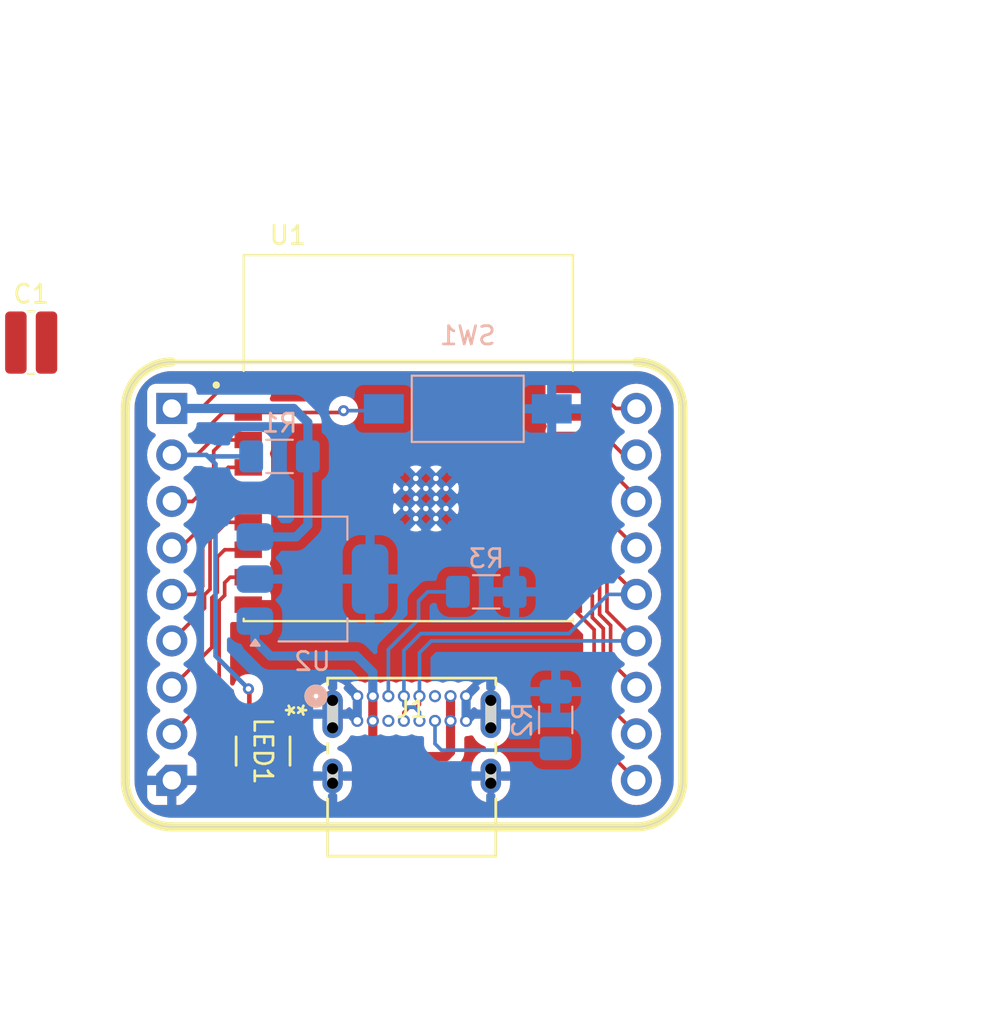
<source format=kicad_pcb>
(kicad_pcb (version 20240108) (generator "pcbnew") (generator_version "8.0")
  (layers (0 "F.Cu" signal) (31 "B.Cu" signal) (34 "B.Paste" user) (35 "F.Paste" user) (36 "B.SilkS" user "B.Silkscreen") (37 "F.SilkS" user "F.Silkscreen") (38 "B.Mask" user) (39 "F.Mask" user) (44 "Edge.Cuts" user))
  (net 0 "")
  (net 1 "GPIO3")
  (net 2 "GND")
  (net 3 "GPIO2")
  (net 4 "GPIO1")
  (net 5 "GPIO0")
  (net 6 "GPIO4")
  (net 7 "VBUS")
  (net 8 "Net-(J1-CC2)")
  (net 10 "Net-(J1-CC1)")
  (net 12 "GPIO7")
  (net 13 "USB_D+")
  (net 14 "UART-RX")
  (net 15 "USB_D-")
  (net 16 "GPIO5")
  (net 17 "GPIO8")
  (net 18 "UART-TX")
  (net 19 "GPIO10")
  (net 20 "EN")
  (net 21 "GPIO9")
  (net 22 "3V3")
  (net 23 "GPIO6")
  (footprint "Alexander Footprint Library:ESP32-C3-WROOM-02-H4" (layer "F.Cu") (at 156.94 61.1)
    (property "Reference" "U1" (at -6.575 -11.085 0) (layer "F.SilkS"))
    (property "Value" "ESP32-C3-WROOM-02-N4")
    (fp_line (start -9 -10) (end -9 -3.67) (stroke (width 0.127)) (layer "F.SilkS"))
    (fp_line (start -9 10) (end -9 9.87) (stroke (width 0.127)) (layer "F.SilkS"))
    (fp_line (start -9 10) (end 9 10) (stroke (width 0.127)) (layer "F.SilkS"))
    (fp_line (start 9 -10) (end -9 -10) (stroke (width 0.127)) (layer "F.SilkS"))
    (fp_line (start 9 -3.67) (end 9 -10) (stroke (width 0.127)) (layer "F.SilkS"))
    (fp_line (start 9 10) (end 9 9.87) (stroke (width 0.127)) (layer "F.SilkS"))
    (fp_circle (center -10.5 -2.9) (end -10.4 -2.9) (stroke (width 0.2)) (fill none) (layer "F.SilkS"))
    (pad "1" smd rect (at -8.75 -2.9) (size 1.5 0.9) (layers "F.Cu" "F.Paste" "F.Mask") (net 22 "3V3"))
    (pad "2" smd rect (at -8.75 -1.4) (size 1.5 0.9) (layers "F.Cu" "F.Paste" "F.Mask") (net 20 "EN"))
    (pad "3" smd rect (at -8.75 0.1) (size 1.5 0.9) (layers "F.Cu" "F.Paste" "F.Mask") (net 6 "GPIO4"))
    (pad "4" smd rect (at -8.75 1.6) (size 1.5 0.9) (layers "F.Cu" "F.Paste" "F.Mask") (net 16 "GPIO5"))
    (pad "5" smd rect (at -8.75 3.1) (size 1.5 0.9) (layers "F.Cu" "F.Paste" "F.Mask") (net 23 "GPIO6"))
    (pad "6" smd rect (at -8.75 4.6) (size 1.5 0.9) (layers "F.Cu" "F.Paste" "F.Mask") (net 12 "GPIO7"))
    (pad "7" smd rect (at -8.75 6.1) (size 1.5 0.9) (layers "F.Cu" "F.Paste" "F.Mask") (net 17 "GPIO8"))
    (pad "8" smd rect (at -8.75 7.6) (size 1.5 0.9) (layers "F.Cu" "F.Paste" "F.Mask") (net 21 "GPIO9"))
    (pad "9" smd rect (at -8.75 9.1) (size 1.5 0.9) (layers "F.Cu" "F.Paste" "F.Mask") (net 2 "GND"))
    (pad "10" smd rect (at 8.75 9.1) (size 1.5 0.9) (layers "F.Cu" "F.Paste" "F.Mask") (net 19 "GPIO10"))
    (pad "11" smd rect (at 8.75 7.6) (size 1.5 0.9) (layers "F.Cu" "F.Paste" "F.Mask") (net 14 "UART-RX"))
    (pad "12" smd rect (at 8.75 6.1) (size 1.5 0.9) (layers "F.Cu" "F.Paste" "F.Mask") (net 18 "UART-TX"))
    (pad "13" smd rect (at 8.75 4.6) (size 1.5 0.9) (layers "F.Cu" "F.Paste" "F.Mask") (net 15 "USB_D-"))
    (pad "14" smd rect (at 8.75 3.1) (size 1.5 0.9) (layers "F.Cu" "F.Paste" "F.Mask") (net 13 "USB_D+"))
    (pad "15" smd rect (at 8.75 1.6) (size 1.5 0.9) (layers "F.Cu" "F.Paste" "F.Mask") (net 1 "GPIO3"))
    (pad "16" smd rect (at 8.75 0.1) (size 1.5 0.9) (layers "F.Cu" "F.Paste" "F.Mask") (net 3 "GPIO2"))
    (pad "17" smd rect (at 8.75 -1.4) (size 1.5 0.9) (layers "F.Cu" "F.Paste" "F.Mask") (net 4 "GPIO1"))
    (pad "18" smd rect (at 8.75 -2.9) (size 1.5 0.9) (layers "F.Cu" "F.Paste" "F.Mask") (net 5 "GPIO0"))
    (pad "19" smd rect (at -0.14 2.2) (size 0.7 0.7) (layers "F.Cu" "F.Paste" "F.Mask") (net 2 "GND"))
    (pad "20" smd rect (at 0.96 2.2) (size 0.7 0.7) (layers "F.Cu" "F.Paste" "F.Mask") (net 2 "GND"))
    (pad "21" smd rect (at 2.06 2.2) (size 0.7 0.7) (layers "F.Cu" "F.Paste" "F.Mask") (net 2 "GND"))
    (pad "22" smd rect (at -0.14 3.3) (size 0.7 0.7) (layers "F.Cu" "F.Paste" "F.Mask") (net 2 "GND"))
    (pad "23" smd rect (at 0.96 3.3) (size 0.7 0.7) (layers "F.Cu" "F.Paste" "F.Mask") (net 2 "GND"))
    (pad "24" smd rect (at 2.06 3.3) (size 0.7 0.7) (layers "F.Cu" "F.Paste" "F.Mask") (net 2 "GND"))
    (pad "25" smd rect (at -0.14 4.4) (size 0.7 0.7) (layers "F.Cu" "F.Paste" "F.Mask") (net 2 "GND"))
    (pad "26" smd rect (at 0.96 4.4) (size 0.7 0.7) (layers "F.Cu" "F.Paste" "F.Mask") (net 2 "GND"))
    (pad "27" smd rect (at 2.06 4.4) (size 0.7 0.7) (layers "F.Cu" "F.Paste" "F.Mask") (net 2 "GND"))
    (pad "28" thru_hole circle (at 0.41 2.2) (size 0.4 0.4) (drill 0.3) (layers "*.Cu") (net 2 "GND"))
    (pad "29" thru_hole circle (at 1.51 2.2) (size 0.4 0.4) (drill 0.3) (layers "*.Cu") (net 2 "GND"))
    (pad "30" thru_hole circle (at -0.14 2.75) (size 0.4 0.4) (drill 0.3) (layers "*.Cu") (net 2 "GND"))
    (pad "31" thru_hole circle (at 0.96 2.75) (size 0.4 0.4) (drill 0.3) (layers "*.Cu") (net 2 "GND"))
    (pad "32" thru_hole circle (at 2.06 2.75) (size 0.4 0.4) (drill 0.3) (layers "*.Cu") (net 2 "GND"))
    (pad "33" thru_hole circle (at 0.41 3.3) (size 0.4 0.4) (drill 0.3) (layers "*.Cu") (net 2 "GND"))
    (pad "34" thru_hole circle (at 1.51 3.3) (size 0.4 0.4) (drill 0.3) (layers "*.Cu") (net 2 "GND"))
    (pad "35" thru_hole circle (at -0.14 3.85) (size 0.4 0.4) (drill 0.3) (layers "*.Cu") (net 2 "GND"))
    (pad "36" thru_hole circle (at 0.96 3.85) (size 0.4 0.4) (drill 0.3) (layers "*.Cu") (net 2 "GND"))
    (pad "37" thru_hole circle (at 2.06 3.85) (size 0.4 0.4) (drill 0.3) (layers "*.Cu") (net 2 "GND"))
    (pad "38" thru_hole circle (at 0.41 4.4) (size 0.4 0.4) (drill 0.3) (layers "*.Cu") (net 2 "GND"))
    (pad "39" thru_hole circle (at 1.51 4.4) (size 0.4 0.4) (drill 0.3) (layers "*.Cu") (net 2 "GND"))
    (zone (net 0) (net_name "") (layer "F.Cu") (connect_pads (clearance 0)) (min_thickness 0.01)
      (keepout (tracks not_allowed) (vias not_allowed) (pads not_allowed) (copperpour not_allowed) (footprints allowed))
      (fill (thermal_gap 0.508) (thermal_bridge_width 0.508))
      (polygon (pts (xy 147.94 51.1) (xy 165.94 51.1) (xy 165.94 57.1) (xy 147.94 57.1)))
    )
    (zone (net 0) (net_name "") (layer "B.Cu") (connect_pads (clearance 0)) (min_thickness 0.01)
      (keepout (tracks not_allowed) (vias not_allowed) (pads not_allowed) (copperpour not_allowed) (footprints allowed))
      (fill (thermal_gap 0.508) (thermal_bridge_width 0.508))
      (polygon (pts (xy 147.94 51.1) (xy 165.94 51.1) (xy 165.94 57.1) (xy 147.94 57.1)))
    )
  )
  (footprint "Alexander Footprint Library:B1552_HVK-M" (layer "F.Cu") (at 149 78.2 -90)
    (property "Reference" "LED1" (at 0 0 -90) (layer "F.SilkS"))
    (property "Value" "LED-RED-GREEN-B1552USUG20D")
    (fp_line (start -0.777373 1.4732) (end 0.777373 1.4732) (stroke (width 0.1524)) (layer "F.SilkS"))
    (fp_line (start -0.777373 -1.4732) (end 0.777373 -1.4732) (stroke (width 0.1524)) (layer "F.SilkS"))
    (fp_text user "*" (at -2.2352 -1.8041 -90) (layer "F.SilkS"))
    (fp_text user "*" (at -2.2352 -1.8041 90) (layer "F.SilkS"))
    (pad "1" smd rect (at -1.6002 -0.750001 270) (size 1.1176 1.0414) (layers "F.Cu" "F.Paste" "F.Mask") (net 2 "GND"))
    (pad "2" smd rect (at -1.6002 0.750001 270) (size 1.1176 1.0414) (layers "F.Cu" "F.Paste" "F.Mask") (net 20 "EN"))
    (pad "3" smd rect (at 1.6002 0.750001 270) (size 1.1176 1.0414) (layers "F.Cu" "F.Paste" "F.Mask"))
    (pad "4" smd rect (at 1.6002 -0.750001 270) (size 1.1176 1.0414) (layers "F.Cu" "F.Paste" "F.Mask") (net 2 "GND"))
  )
  (footprint "Alexander Footprint Library:USB-C GCT CONN16_USB4085-GF-A" (layer "F.Cu") (at 154.15 75.2)
    (property "Reference" "J1" (at 2.975 0.675 0) (layer "F.SilkS"))
    (property "Value" "USB-C_Receptacle_Data_16P_GCT-USB4085")
    (fp_circle (center -2.2574 0) (end -1.8764 0) (stroke (width 0.508)) (fill none) (layer "B.SilkS"))
    (fp_line (start -1.6224 -0.987) (end -1.6224 -0.618206) (stroke (width 0.1524)) (layer "F.SilkS"))
    (fp_line (start -1.6224 2.578207) (end -1.6224 3.122399) (stroke (width 0.1524)) (layer "F.SilkS"))
    (fp_line (start -1.6224 5.607602) (end -1.6224 8.741199) (stroke (width 0.1524)) (layer "F.SilkS"))
    (fp_line (start -1.6224 8.741199) (end 7.5724 8.741199) (stroke (width 0.1524)) (layer "F.SilkS"))
    (fp_line (start 7.5724 -0.987) (end -1.6224 -0.987) (stroke (width 0.1524)) (layer "F.SilkS"))
    (fp_line (start 7.5724 -0.618202) (end 7.5724 -0.987) (stroke (width 0.1524)) (layer "F.SilkS"))
    (fp_line (start 7.5724 3.122399) (end 7.5724 2.578201) (stroke (width 0.1524)) (layer "F.SilkS"))
    (fp_line (start 7.5724 8.741199) (end 7.5724 5.607602) (stroke (width 0.1524)) (layer "F.SilkS"))
    (fp_arc (start -2.41934 0.344872) (mid -2.625765 -0.097305) (end -2.2279 -0.379856) (stroke (width 0.508)) (layer "F.SilkS"))
    (fp_line (start -1.35 1.729301) (end -1.35 0.230701) (stroke (width 0.6096)) (layer "Edge.Cuts"))
    (fp_line (start -1.349985 4.7587) (end -1.349985 3.9713) (stroke (width 0.6096)) (layer "Edge.Cuts"))
    (fp_line (start 7.299985 1.7293) (end 7.299985 0.2307) (stroke (width 0.6096)) (layer "Edge.Cuts"))
    (fp_line (start 7.299985 4.7587) (end 7.299985 3.9713) (stroke (width 0.6096)) (layer "Edge.Cuts"))
    (pad "" np_thru_hole circle (at -1.35 0.230701) (size 0.6096 0.6096) (drill 0.6096) (layers))
    (pad "" np_thru_hole circle (at -1.35 1.729301) (size 0.6096 0.6096) (drill 0.6096) (layers))
    (pad "" np_thru_hole circle (at -1.349985 3.9713) (size 0.6096 0.6096) (drill 0.6096) (layers))
    (pad "" np_thru_hole circle (at -1.349985 4.7587) (size 0.6096 0.6096) (drill 0.6096) (layers))
    (pad "" np_thru_hole circle (at 7.299985 0.2307) (size 0.6096 0.6096) (drill 0.6096) (layers))
    (pad "" np_thru_hole circle (at 7.299985 1.7293) (size 0.6096 0.6096) (drill 0.6096) (layers))
    (pad "" np_thru_hole circle (at 7.299985 3.9713) (size 0.6096 0.6096) (drill 0.6096) (layers))
    (pad "" np_thru_hole circle (at 7.299985 4.7587) (size 0.6096 0.6096) (drill 0.6096) (layers))
    (pad "A1" thru_hole circle (at 0 0) (size 0.6604 0.6604) (drill 0.4064) (layers "*.Cu" "*.Mask") (net 2 "GND"))
    (pad "A4" thru_hole circle (at 0.850001 0) (size 0.6604 0.6604) (drill 0.4064) (layers "*.Cu" "*.Mask") (net 7 "VBUS"))
    (pad "A5" thru_hole circle (at 1.699999 0) (size 0.6604 0.6604) (drill 0.4064) (layers "*.Cu" "*.Mask") (net 10 "Net-(J1-CC1)"))
    (pad "A6" thru_hole circle (at 2.55 0) (size 0.6604 0.6604) (drill 0.4064) (layers "*.Cu" "*.Mask") (net 13 "USB_D+"))
    (pad "A7" thru_hole circle (at 3.400001 0) (size 0.6604 0.6604) (drill 0.4064) (layers "*.Cu" "*.Mask") (net 15 "USB_D-"))
    (pad "A8" thru_hole circle (at 4.250002 0) (size 0.6604 0.6604) (drill 0.4064) (layers "*.Cu" "*.Mask"))
    (pad "A9" thru_hole circle (at 5.1 0) (size 0.6604 0.6604) (drill 0.4064) (layers "*.Cu" "*.Mask") (net 7 "VBUS"))
    (pad "A12" thru_hole circle (at 5.950001 0) (size 0.6604 0.6604) (drill 0.4064) (layers "*.Cu" "*.Mask") (net 2 "GND"))
    (pad "B1" thru_hole circle (at 5.950001 1.35) (size 0.6604 0.6604) (drill 0.4064) (layers "*.Cu" "*.Mask") (net 2 "GND"))
    (pad "B4" thru_hole circle (at 5.1 1.35) (size 0.6604 0.6604) (drill 0.4064) (layers "*.Cu" "*.Mask") (net 7 "VBUS"))
    (pad "B5" thru_hole circle (at 4.250002 1.35) (size 0.6604 0.6604) (drill 0.4064) (layers "*.Cu" "*.Mask") (net 8 "Net-(J1-CC2)"))
    (pad "B6" thru_hole circle (at 3.400001 1.35) (size 0.6604 0.6604) (drill 0.4064) (layers "*.Cu" "*.Mask") (net 13 "USB_D+"))
    (pad "B7" thru_hole circle (at 2.55 1.35) (size 0.6604 0.6604) (drill 0.4064) (layers "*.Cu" "*.Mask") (net 15 "USB_D-"))
    (pad "B8" thru_hole circle (at 1.699999 1.35) (size 0.6604 0.6604) (drill 0.4064) (layers "*.Cu" "*.Mask"))
    (pad "B9" thru_hole circle (at 0.850001 1.35) (size 0.6604 0.6604) (drill 0.4064) (layers "*.Cu" "*.Mask") (net 7 "VBUS"))
    (pad "B12" thru_hole circle (at 0 1.35) (size 0.6604 0.6604) (drill 0.4064) (layers "*.Cu" "*.Mask") (net 2 "GND"))
    (pad "S1" thru_hole oval (at -1.349985 4.365 90) (size 1.905 1.1176) (drill 0.0254) (layers "*.Cu" "*.Mask") (net 2 "GND"))
    (pad "S2" thru_hole oval (at 7.299985 4.365 90) (size 1.905 1.1176) (drill 0.0254) (layers "*.Cu" "*.Mask") (net 2 "GND"))
    (pad "S3" thru_hole oval (at -1.35 0.980001 90) (size 2.6162 1.1176) (drill 0.0254) (layers "*.Cu" "*.Mask") (net 2 "GND"))
    (pad "S4" thru_hole oval (at 7.299985 0.98 90) (size 2.6162 1.1176) (drill 0.0254) (layers "*.Cu" "*.Mask") (net 2 "GND"))
  )
  (footprint "Alexander Footprint Library:Conn_ESP32-C3-WROOM-02" (layer "F.Cu") (at 159.25 64.56)
    (property "Reference" "J2" (hide yes))
    (property "Value" "~")
    (fp_line (start -17.78 -5.08) (end -17.78 15.24) (stroke (width 0.5)) (layer "F.SilkS"))
    (fp_line (start -15.24 -7.62) (end 10.16 -7.62) (stroke (width 0.25)) (layer "F.SilkS"))
    (fp_line (start -15.24 17.78) (end 10.16 17.78) (stroke (width 0.5)) (layer "F.SilkS"))
    (fp_line (start 12.7 -5.08) (end 12.7 15.24) (stroke (width 0.5)) (layer "F.SilkS"))
    (fp_arc (start -17.78 -5.08) (mid -17.036051 -6.876051) (end -15.24 -7.62) (stroke (width 0.5)) (layer "F.SilkS"))
    (fp_arc (start -15.24 17.78) (mid -17.036051 17.036051) (end -17.78 15.24) (stroke (width 0.5)) (layer "F.SilkS"))
    (fp_arc (start 10.16 -7.62) (mid 11.956051 -6.876051) (end 12.7 -5.08) (stroke (width 0.5)) (layer "F.SilkS"))
    (fp_arc (start 12.7 15.24) (mid 11.956051 17.036051) (end 10.16 17.78) (stroke (width 0.5)) (layer "F.SilkS"))
    (fp_line (start -17.78 15.24) (end -17.78 -5.08) (stroke (width 0.05)) (layer "Edge.Cuts"))
    (fp_line (start -15.24 -7.62) (end 10.16 -7.62) (stroke (width 0.05)) (layer "Edge.Cuts"))
    (fp_line (start 10.16 17.78) (end -15.24 17.78) (stroke (width 0.05)) (layer "Edge.Cuts"))
    (fp_line (start 12.7 -5.08) (end 12.7 15.24) (stroke (width 0.05)) (layer "Edge.Cuts"))
    (fp_arc (start -17.78 -5.08) (mid -17.036051 -6.876051) (end -15.24 -7.62) (stroke (width 0.05)) (layer "Edge.Cuts"))
    (fp_arc (start -15.24 17.78) (mid -17.036051 17.036051) (end -17.78 15.24) (stroke (width 0.05)) (layer "Edge.Cuts"))
    (fp_arc (start 10.16 -7.62) (mid 11.956051 -6.876051) (end 12.7 -5.08) (stroke (width 0.05)) (layer "Edge.Cuts"))
    (fp_arc (start 12.7 15.24) (mid 11.956051 17.036051) (end 10.16 17.78) (stroke (width 0.05)) (layer "Edge.Cuts"))
    (pad "1" thru_hole rect (at -15.24 -5.08) (size 1.7 1.7) (drill 1) (layers "*.Cu" "*.Mask") (net 22 "3V3"))
    (pad "2" thru_hole circle (at -15.24 -2.54) (size 1.7 1.7) (drill 1) (layers "*.Cu" "*.Mask") (net 20 "EN"))
    (pad "3" thru_hole circle (at -15.24 0) (size 1.7 1.7) (drill 1) (layers "*.Cu" "*.Mask") (net 6 "GPIO4"))
    (pad "4" thru_hole circle (at -15.24 2.54) (size 1.7 1.7) (drill 1) (layers "*.Cu" "*.Mask") (net 16 "GPIO5"))
    (pad "5" thru_hole circle (at -15.24 5.08) (size 1.7 1.7) (drill 1) (layers "*.Cu" "*.Mask") (net 23 "GPIO6"))
    (pad "6" thru_hole circle (at -15.24 7.62) (size 1.7 1.7) (drill 1) (layers "*.Cu" "*.Mask") (net 12 "GPIO7"))
    (pad "7" thru_hole circle (at -15.24 10.16) (size 1.7 1.7) (drill 1) (layers "*.Cu" "*.Mask") (net 17 "GPIO8"))
    (pad "8" thru_hole circle (at -15.24 12.7) (size 1.7 1.7) (drill 1) (layers "*.Cu" "*.Mask") (net 21 "GPIO9"))
    (pad "9" thru_hole roundrect (at -15.24 15.24) (size 1.7 1.7) (drill 1) (layers "*.Cu" "*.Mask") (roundrect_rratio 0) (chamfer_ratio 0.3) (chamfer top_left bottom_right) (net 2 "GND"))
    (pad "10" thru_hole circle (at 10.16 15.24) (size 1.7 1.7) (drill 1) (layers "*.Cu" "*.Mask") (net 19 "GPIO10"))
    (pad "11" thru_hole circle (at 10.16 12.7) (size 1.7 1.7) (drill 1) (layers "*.Cu" "*.Mask") (net 14 "UART-RX"))
    (pad "12" thru_hole circle (at 10.16 10.16) (size 1.7 1.7) (drill 1) (layers "*.Cu" "*.Mask") (net 18 "UART-TX"))
    (pad "13" thru_hole circle (at 10.16 7.62) (size 1.7 1.7) (drill 1) (layers "*.Cu" "*.Mask") (net 15 "USB_D-"))
    (pad "14" thru_hole circle (at 10.16 5.08) (size 1.7 1.7) (drill 1) (layers "*.Cu" "*.Mask") (net 13 "USB_D+"))
    (pad "15" thru_hole circle (at 10.16 2.54) (size 1.7 1.7) (drill 1) (layers "*.Cu" "*.Mask") (net 1 "GPIO3"))
    (pad "16" thru_hole circle (at 10.16 0) (size 1.7 1.7) (drill 1) (layers "*.Cu" "*.Mask") (net 3 "GPIO2"))
    (pad "17" thru_hole circle (at 10.16 -2.54) (size 1.7 1.7) (drill 1) (layers "*.Cu" "*.Mask") (net 4 "GPIO1"))
    (pad "18" thru_hole circle (at 10.16 -5.08) (size 1.7 1.7) (drill 1) (layers "*.Cu" "*.Mask") (net 5 "GPIO0"))
  )
  (footprint "Resistor_SMD:R_0612_1632Metric_Pad1.18x3.40mm_HandSolder" (layer "F.Cu") (at 136.3225 55.88)
    (property "Reference" "C1" (at 0 -2.65 0) (layer "F.SilkS"))
    (property "Value" "1uF")
    (fp_line (start -0.182983 -1.71) (end 0.182983 -1.71) (stroke (width 0.12)) (layer "F.SilkS"))
    (fp_line (start -0.182983 1.71) (end 0.182983 1.71) (stroke (width 0.12)) (layer "F.SilkS"))
    (pad "1" smd roundrect (at -0.8375 0) (size 1.175 3.4) (layers "F.Cu" "F.Paste" "F.Mask") (roundrect_rratio 0.212766) (net 20 "EN"))
    (pad "2" smd roundrect (at 0.8375 0) (size 1.175 3.4) (layers "F.Cu" "F.Paste" "F.Mask") (roundrect_rratio 0.212766) (net 2 "GND"))
  )
  (footprint "Package_TO_SOT_SMD:SOT-223-3_TabPin2" (layer "B.Cu") (at 151.7 68.8)
    (property "Reference" "U2" (at 0 4.5 0) (layer "B.SilkS") (effects (justify mirror)))
    (property "Value" "AMS1117-3V3")
    (fp_line (start 1.91 -3.41) (end -1.85 -3.41) (stroke (width 0.12)) (layer "B.SilkS"))
    (fp_line (start 1.91 -2.15) (end 1.91 -3.41) (stroke (width 0.12)) (layer "B.SilkS"))
    (fp_line (start 1.91 2.15) (end 1.91 3.41) (stroke (width 0.12)) (layer "B.SilkS"))
    (fp_line (start 1.91 3.41) (end -1.85 3.41) (stroke (width 0.12)) (layer "B.SilkS"))
    (fp_poly (pts (xy -3.13 3.31) (xy -3.37 3.64) (xy -2.89 3.64) (xy -3.13 3.31)) (stroke (width 0.12)) (fill solid) (layer "B.SilkS"))
    (pad "1" smd roundrect (at -3.15 2.3) (size 2 1.5) (layers "B.Cu" "B.Paste" "B.Mask") (net 7 "VBUS"))
    (pad "2" smd roundrect (at -3.15 0) (size 2 1.5) (layers "B.Cu" "B.Paste" "B.Mask") (net 2 "GND"))
    (pad "2" smd roundrect (at 3.15 0) (size 2 3.8) (layers "B.Cu" "B.Paste" "B.Mask") (net 2 "GND"))
    (pad "3" smd roundrect (at -3.15 -2.3) (size 2 1.5) (layers "B.Cu" "B.Paste" "B.Mask") (net 22 "3V3"))
  )
  (footprint "Alexander Footprint Library:SW_SPST_6x3" (layer "B.Cu") (at 160.19 59.5 180)
    (property "Reference" "SW1" (at 0 4 0) (layer "B.SilkS") (effects (justify mirror)))
    (property "Value" "SW_Push")
    (fp_line (start 3.06 1.81) (end -3.06 1.81) (stroke (width 0.12)) (layer "B.SilkS"))
    (fp_line (start 3.06 -1.81) (end 3.06 1.81) (stroke (width 0.12)) (layer "B.SilkS"))
    (fp_line (start -3.06 1.81) (end -3.06 -1.81) (stroke (width 0.12)) (layer "B.SilkS"))
    (fp_line (start -3.06 -1.81) (end 3.06 -1.81) (stroke (width 0.12)) (layer "B.SilkS"))
    (pad "1" smd rect (at -4.59 0 180) (size 2.18 1.6) (layers "B.Cu" "B.Paste" "B.Mask") (net 2 "GND"))
    (pad "2" smd rect (at 4.59 0 180) (size 2.18 1.6) (layers "B.Cu" "B.Paste" "B.Mask") (net 20 "EN"))
  )
  (footprint "Resistor_SMD:R_1206_3216Metric_Pad1.30x1.75mm_HandSolder" (layer "B.Cu") (at 149.9 62.1 180)
    (property "Reference" "R1" (at 0 1.82 0) (layer "B.SilkS") (effects (justify mirror)))
    (property "Value" "10k")
    (fp_line (start 0.727064 0.91) (end -0.727064 0.91) (stroke (width 0.12)) (layer "B.SilkS"))
    (fp_line (start 0.727064 -0.91) (end -0.727064 -0.91) (stroke (width 0.12)) (layer "B.SilkS"))
    (pad "1" smd roundrect (at -1.55 0 180) (size 1.3 1.75) (layers "B.Cu" "B.Paste" "B.Mask") (roundrect_rratio 0.192308) (net 22 "3V3"))
    (pad "2" smd roundrect (at 1.55 0 180) (size 1.3 1.75) (layers "B.Cu" "B.Paste" "B.Mask") (roundrect_rratio 0.192308) (net 20 "EN"))
  )
  (footprint "Resistor_SMD:R_1206_3216Metric_Pad1.30x1.75mm_HandSolder" (layer "B.Cu") (at 165 76.5 -90)
    (property "Reference" "R2" (at 0 1.82 90) (layer "B.SilkS") (effects (justify mirror)))
    (property "Value" "5k1")
    (fp_line (start 0.727064 0.91) (end -0.727064 0.91) (stroke (width 0.12)) (layer "B.SilkS"))
    (fp_line (start 0.727064 -0.91) (end -0.727064 -0.91) (stroke (width 0.12)) (layer "B.SilkS"))
    (pad "1" smd roundrect (at -1.55 0 270) (size 1.3 1.75) (layers "B.Cu" "B.Paste" "B.Mask") (roundrect_rratio 0.192308) (net 2 "GND"))
    (pad "2" smd roundrect (at 1.55 0 270) (size 1.3 1.75) (layers "B.Cu" "B.Paste" "B.Mask") (roundrect_rratio 0.192308) (net 8 "Net-(J1-CC2)"))
  )
  (footprint "Resistor_SMD:R_1206_3216Metric_Pad1.30x1.75mm_HandSolder" (layer "B.Cu") (at 161.2 69.5 180)
    (property "Reference" "R3" (at 0 1.82 0) (layer "B.SilkS") (effects (justify mirror)))
    (property "Value" "5k1")
    (fp_line (start 0.727064 0.91) (end -0.727064 0.91) (stroke (width 0.12)) (layer "B.SilkS"))
    (fp_line (start 0.727064 -0.91) (end -0.727064 -0.91) (stroke (width 0.12)) (layer "B.SilkS"))
    (pad "1" smd roundrect (at -1.55 0 180) (size 1.3 1.75) (layers "B.Cu" "B.Paste" "B.Mask") (roundrect_rratio 0.192308) (net 2 "GND"))
    (pad "2" smd roundrect (at 1.55 0 180) (size 1.3 1.75) (layers "B.Cu" "B.Paste" "B.Mask") (roundrect_rratio 0.192308) (net 10 "Net-(J1-CC1)"))
  )
  (segment (start 167.2 62.7) (end 167.8 63.3) (width 0.2) (layer "F.Cu") (net 1))
  (segment (start 165.69 62.7) (end 167.2 62.7) (width 0.2) (layer "F.Cu") (net 1))
  (segment (start 167.8 63.3) (end 167.8 65.49) (width 0.2) (layer "F.Cu") (net 1))
  (segment (start 167.8 65.49) (end 169.41 67.1) (width 0.2) (layer "F.Cu") (net 1))
  (segment (start 154.15 75.2) (end 154.15 76.55) (width 0.5) (layer "B.Cu") (net 2))
  (segment (start 160.100001 75.2) (end 160.100001 76.55) (width 0.5) (layer "B.Cu") (net 2))
  (segment (start 165.69 61.2) (end 166.3 61.2) (width 0.2) (layer "F.Cu") (net 3))
  (segment (start 166.3 61.2) (end 169.41 64.31) (width 0.2) (layer "F.Cu") (net 3))
  (segment (start 169.41 64.31) (end 169.41 64.56) (width 0.2) (layer "F.Cu") (net 3))
  (segment (start 165.69 59.7) (end 166.4 59.7) (width 0.2) (layer "F.Cu") (net 4))
  (segment (start 166.4 59.7) (end 168.72 62.02) (width 0.2) (layer "F.Cu") (net 4))
  (segment (start 168.72 62.02) (end 169.41 62.02) (width 0.2) (layer "F.Cu") (net 4))
  (segment (start 168.28 59.48) (end 167 58.2) (width 0.2) (layer "F.Cu") (net 5))
  (segment (start 167 58.2) (end 165.69 58.2) (width 0.2) (layer "F.Cu") (net 5))
  (segment (start 169.41 59.48) (end 168.28 59.48) (width 0.2) (layer "F.Cu") (net 5))
  (segment (start 148.19 61.2) (end 146.9 61.2) (width 0.2) (layer "F.Cu") (net 6))
  (segment (start 146.9 61.2) (end 146.3 61.8) (width 0.2) (layer "F.Cu") (net 6))
  (segment (start 146.3 63.4) (end 145.14 64.56) (width 0.2) (layer "F.Cu") (net 6))
  (segment (start 146.3 61.8) (end 146.3 63.4) (width 0.2) (layer "F.Cu") (net 6))
  (segment (start 145.14 64.56) (end 144.01 64.56) (width 0.2) (layer "F.Cu") (net 6))
  (segment (start 159 78.5) (end 155.4 78.5) (width 0.5) (layer "F.Cu") (net 7))
  (segment (start 159.25 76.55) (end 159.25 75.2) (width 0.5) (layer "F.Cu") (net 7))
  (segment (start 155.000001 76.55) (end 155.000001 75.2) (width 0.5) (layer "F.Cu") (net 7))
  (segment (start 155.000001 78.100001) (end 155.000001 76.55) (width 0.5) (layer "F.Cu") (net 7))
  (segment (start 155.4 78.5) (end 155.000001 78.100001) (width 0.5) (layer "F.Cu") (net 7))
  (segment (start 159.25 78.25) (end 159 78.5) (width 0.5) (layer "F.Cu") (net 7))
  (segment (start 159.25 76.55) (end 159.25 78.25) (width 0.5) (layer "F.Cu") (net 7))
  (segment (start 155.000001 73.900001) (end 154.1 73) (width 0.5) (layer "B.Cu") (net 7))
  (segment (start 148.55 71.1) (end 148.55 72.15) (width 0.5) (layer "B.Cu") (net 7))
  (segment (start 149.4 73) (end 154.1 73) (width 0.5) (layer "B.Cu") (net 7))
  (segment (start 155.000001 75.2) (end 155.000001 73.900001) (width 0.5) (layer "B.Cu") (net 7))
  (segment (start 148.55 72.15) (end 149.4 73) (width 0.5) (layer "B.Cu") (net 7))
  (segment (start 158.400002 77.800002) (end 158.75 78.15) (width 0.2) (layer "B.Cu") (net 8))
  (segment (start 158.400002 76.55) (end 158.400002 77.800002) (width 0.2) (layer "B.Cu") (net 8))
  (segment (start 158.75 78.15) (end 164.9 78.15) (width 0.2) (layer "B.Cu") (net 8))
  (segment (start 164.9 78.15) (end 165 78.05) (width 0.2) (layer "B.Cu") (net 8))
  (segment (start 158 69.5) (end 159.65 69.5) (width 0.2) (layer "B.Cu") (net 10))
  (segment (start 155.849999 72.650001) (end 157.5 71) (width 0.2) (layer "B.Cu") (net 10))
  (segment (start 157.5 70) (end 158 69.5) (width 0.2) (layer "B.Cu") (net 10))
  (segment (start 155.849999 75.2) (end 155.849999 72.650001) (width 0.2) (layer "B.Cu") (net 10))
  (segment (start 157.5 71) (end 157.5 70) (width 0.2) (layer "B.Cu") (net 10))
  (segment (start 148.19 65.7) (end 147.015686 65.7) (width 0.2) (layer "F.Cu") (net 12))
  (segment (start 146.1 66.615686) (end 146.1 69.358628) (width 0.2) (layer "F.Cu") (net 12))
  (segment (start 146.1 69.358628) (end 145.8 69.658628) (width 0.2) (layer "F.Cu") (net 12))
  (segment (start 145.8 69.658628) (end 145.8 70.39) (width 0.2) (layer "F.Cu") (net 12))
  (segment (start 147.015686 65.7) (end 146.1 66.615686) (width 0.2) (layer "F.Cu") (net 12))
  (segment (start 145.8 70.39) (end 144.01 72.18) (width 0.2) (layer "F.Cu") (net 12))
  (segment (start 167.8 66.055686) (end 167.8 68.03) (width 0.2) (layer "F.Cu") (net 13))
  (segment (start 165.69 64.2) (end 167.1 64.2) (width 0.2) (layer "F.Cu") (net 13))
  (segment (start 167.8 68.03) (end 169.41 69.64) (width 0.2) (layer "F.Cu") (net 13))
  (segment (start 167.4 64.5) (end 167.4 65.655686) (width 0.2) (layer "F.Cu") (net 13))
  (segment (start 167.1 64.2) (end 167.4 64.5) (width 0.2) (layer "F.Cu") (net 13))
  (segment (start 167.4 65.655686) (end 167.8 66.055686) (width 0.2) (layer "F.Cu") (net 13))
  (segment (start 157.62 71.78) (end 165.72 71.78) (width 0.2) (layer "B.Cu") (net 13))
  (segment (start 157.550001 76.083027) (end 157.266974 75.8) (width 0.2) (layer "B.Cu") (net 13))
  (segment (start 157.550001 76.55) (end 157.550001 76.083027) (width 0.2) (layer "B.Cu") (net 13))
  (segment (start 156.7 75.7) (end 156.7 75.2) (width 0.2) (layer "B.Cu") (net 13))
  (segment (start 157.266974 75.8) (end 156.8 75.8) (width 0.2) (layer "B.Cu") (net 13))
  (segment (start 156.7 75.2) (end 156.7 72.7) (width 0.2) (layer "B.Cu") (net 13))
  (segment (start 165.72 71.78) (end 167.86 69.64) (width 0.2) (layer "B.Cu") (net 13))
  (segment (start 156.8 75.8) (end 156.7 75.7) (width 0.2) (layer "B.Cu") (net 13))
  (segment (start 167.86 69.64) (end 169.41 69.64) (width 0.2) (layer "B.Cu") (net 13))
  (segment (start 156.7 72.7) (end 157.62 71.78) (width 0.2) (layer "B.Cu") (net 13))
  (segment (start 167 69.71) (end 167 70.901372) (width 0.2) (layer "F.Cu") (net 14))
  (segment (start 167.6 71.501372) (end 167.6 75.45) (width 0.2) (layer "F.Cu") (net 14))
  (segment (start 165.99 68.7) (end 167 69.71) (width 0.2) (layer "F.Cu") (net 14))
  (segment (start 165.69 68.7) (end 165.99 68.7) (width 0.2) (layer "F.Cu") (net 14))
  (segment (start 167 70.901372) (end 167.6 71.501372) (width 0.2) (layer "F.Cu") (net 14))
  (segment (start 167.6 75.45) (end 169.41 77.26) (width 0.2) (layer "F.Cu") (net 14))
  (segment (start 167.4 67.11) (end 167.4 68.195686) (width 0.2) (layer "F.Cu") (net 15))
  (segment (start 167.4 68.195686) (end 167.8 68.595686) (width 0.2) (layer "F.Cu") (net 15))
  (segment (start 165.69 65.7) (end 165.99 65.7) (width 0.2) (layer "F.Cu") (net 15))
  (segment (start 157.550001 75.649999) (end 157.550001 75.2) (width 0.2) (layer "F.Cu") (net 15))
  (segment (start 156.7 76.55) (end 156.7 76.091238) (width 0.2) (layer "F.Cu") (net 15))
  (segment (start 167.8 68.595686) (end 167.8 70.57) (width 0.2) (layer "F.Cu") (net 15))
  (segment (start 165.99 65.7) (end 167.4 67.11) (width 0.2) (layer "F.Cu") (net 15))
  (segment (start 167.8 70.57) (end 169.41 72.18) (width 0.2) (layer "F.Cu") (net 15))
  (segment (start 156.991238 75.8) (end 157.4 75.8) (width 0.2) (layer "F.Cu") (net 15))
  (segment (start 157.4 75.8) (end 157.550001 75.649999) (width 0.2) (layer "F.Cu") (net 15))
  (segment (start 156.7 76.091238) (end 156.991238 75.8) (width 0.2) (layer "F.Cu") (net 15))
  (segment (start 158.2 72.18) (end 169.41 72.18) (width 0.2) (layer "B.Cu") (net 15))
  (segment (start 157.550001 75.2) (end 157.550001 72.829999) (width 0.2) (layer "B.Cu") (net 15))
  (segment (start 157.550001 72.829999) (end 158.2 72.18) (width 0.2) (layer "B.Cu") (net 15))
  (segment (start 148.19 62.7) (end 147.1 62.7) (width 0.2) (layer "F.Cu") (net 16))
  (segment (start 145.8 65.784314) (end 144.484314 67.1) (width 0.2) (layer "F.Cu") (net 16))
  (segment (start 146.7 63.1) (end 146.7 63.565686) (width 0.2) (layer "F.Cu") (net 16))
  (segment (start 146.7 63.565686) (end 145.8 64.465686) (width 0.2) (layer "F.Cu") (net 16))
  (segment (start 145.8 64.465686) (end 145.8 65.784314) (width 0.2) (layer "F.Cu") (net 16))
  (segment (start 144.484314 67.1) (end 144.01 67.1) (width 0.2) (layer "F.Cu") (net 16))
  (segment (start 147.1 62.7) (end 146.7 63.1) (width 0.2) (layer "F.Cu") (net 16))
  (segment (start 146.5 67.6) (end 146.499999 69.524314) (width 0.2) (layer "F.Cu") (net 17))
  (segment (start 148.19 67.2) (end 146.9 67.2) (width 0.2) (layer "F.Cu") (net 17))
  (segment (start 146.499999 69.524314) (end 146.2 69.824313) (width 0.2) (layer "F.Cu") (net 17))
  (segment (start 146.9 67.2) (end 146.5 67.6) (width 0.2) (layer "F.Cu") (net 17))
  (segment (start 146.2 69.824313) (end 146.2 72.53) (width 0.2) (layer "F.Cu") (net 17))
  (segment (start 146.2 72.53) (end 144.01 74.72) (width 0.2) (layer "F.Cu") (net 17))
  (segment (start 167.4 68.761372) (end 167.4 70.735686) (width 0.2) (layer "F.Cu") (net 18))
  (segment (start 167.4 70.735686) (end 168 71.335686) (width 0.2) (layer "F.Cu") (net 18))
  (segment (start 165.69 67.2) (end 166.3 67.2) (width 0.2) (layer "F.Cu") (net 18))
  (segment (start 167 68.361372) (end 167.4 68.761372) (width 0.2) (layer "F.Cu") (net 18))
  (segment (start 168 71.335686) (end 168 73.31) (width 0.2) (layer "F.Cu") (net 18))
  (segment (start 167 67.9) (end 167 68.361372) (width 0.2) (layer "F.Cu") (net 18))
  (segment (start 166.3 67.2) (end 167 67.9) (width 0.2) (layer "F.Cu") (net 18))
  (segment (start 168 73.31) (end 169.41 74.72) (width 0.2) (layer "F.Cu") (net 18))
  (segment (start 167.9 76.315686) (end 167.9 78.29) (width 0.2) (layer "F.Cu") (net 19))
  (segment (start 165.732942 70.2) (end 167.1 71.567058) (width 0.2) (layer "F.Cu") (net 19))
  (segment (start 167.9 78.29) (end 169.41 79.8) (width 0.2) (layer "F.Cu") (net 19))
  (segment (start 165.69 70.2) (end 165.732942 70.2) (width 0.2) (layer "F.Cu") (net 19))
  (segment (start 167.1 71.567058) (end 167.1 75.515686) (width 0.2) (layer "F.Cu") (net 19))
  (segment (start 167.1 75.515686) (end 167.9 76.315686) (width 0.2) (layer "F.Cu") (net 19))
  (segment (start 148.249999 74.849999) (end 148.2 74.8) (width 0.5) (layer "F.Cu") (net 20))
  (segment (start 146.8 59.7) (end 146.1 60.4) (width 0.2) (layer "F.Cu") (net 20))
  (segment (start 145.38 62.02) (end 144.01 62.02) (width 0.2) (layer "F.Cu") (net 20))
  (segment (start 153.3 59.7) (end 153.4 59.6) (width 0.2) (layer "F.Cu") (net 20))
  (segment (start 148.249999 76.5998) (end 148.249999 74.849999) (width 0.25) (layer "F.Cu") (net 20))
  (segment (start 148.19 59.7) (end 153.3 59.7) (width 0.2) (layer "F.Cu") (net 20))
  (segment (start 146.1 60.4) (end 146.1 61.3) (width 0.2) (layer "F.Cu") (net 20))
  (segment (start 148.19 59.7) (end 146.8 59.7) (width 0.2) (layer "F.Cu") (net 20))
  (segment (start 146.1 61.3) (end 145.38 62.02) (width 0.2) (layer "F.Cu") (net 20))
  (via (at 153.4 59.6) (size 0.6) (drill 0.3) (layers "F.Cu" "B.Cu") (net 20))
  (via (at 148.2 74.8) (size 0.6) (drill 0.3) (layers "F.Cu" "B.Cu") (net 20))
  (segment (start 144.01 62.02) (end 145.9 62.02) (width 0.25) (layer "B.Cu") (net 20))
  (segment (start 146.4 62.52) (end 146.4 73) (width 0.25) (layer "B.Cu") (net 20))
  (segment (start 145.9 62.02) (end 146.4 62.52) (width 0.25) (layer "B.Cu") (net 20))
  (segment (start 153.4 59.6) (end 155.7 59.6) (width 0.2) (layer "B.Cu") (net 20))
  (segment (start 148.35 62.1) (end 145.98 62.1) (width 0.25) (layer "B.Cu") (net 20))
  (segment (start 146.4 73) (end 148.2 74.8) (width 0.25) (layer "B.Cu") (net 20))
  (segment (start 146.665685 69.924314) (end 146.6 69.989999) (width 0.2) (layer "F.Cu") (net 21))
  (segment (start 147.2 68.7) (end 146.9 69) (width 0.2) (layer "F.Cu") (net 21))
  (segment (start 146.9 69) (end 146.9 69.69) (width 0.2) (layer "F.Cu") (net 21))
  (segment (start 148.19 68.7) (end 147.2 68.7) (width 0.2) (layer "F.Cu") (net 21))
  (segment (start 146.9 69.69) (end 146.665685 69.924314) (width 0.2) (layer "F.Cu") (net 21))
  (segment (start 146.6 74.67) (end 144.01 77.26) (width 0.2) (layer "F.Cu") (net 21))
  (segment (start 146.6 69.989999) (end 146.6 74.67) (width 0.2) (layer "F.Cu") (net 21))
  (segment (start 146.9 58.2) (end 145.62 59.48) (width 0.2) (layer "F.Cu") (net 22))
  (segment (start 145.62 59.48) (end 144.01 59.48) (width 0.2) (layer "F.Cu") (net 22))
  (segment (start 148.19 58.2) (end 146.9 58.2) (width 0.2) (layer "F.Cu") (net 22))
  (segment (start 150.68 59.48) (end 151.45 60.25) (width 0.5) (layer "B.Cu") (net 22))
  (segment (start 148.55 66.5) (end 150.8 66.5) (width 0.5) (layer "B.Cu") (net 22))
  (segment (start 144.03 59.5) (end 144.01 59.48) (width 0.2) (layer "B.Cu") (net 22))
  (segment (start 151.45 65.85) (end 151.45 62.1) (width 0.5) (layer "B.Cu") (net 22))
  (segment (start 144.01 59.48) (end 150.68 59.48) (width 0.5) (layer "B.Cu") (net 22))
  (segment (start 150.8 66.5) (end 151.45 65.85) (width 0.5) (layer "B.Cu") (net 22))
  (segment (start 151.45 60.25) (end 151.45 62.1) (width 0.5) (layer "B.Cu") (net 22))
  (segment (start 146.2 64.8) (end 146.2 65.95) (width 0.2) (layer "F.Cu") (net 23))
  (segment (start 145.7 69.192942) (end 145.252942 69.64) (width 0.2) (layer "F.Cu") (net 23))
  (segment (start 148.19 64.2) (end 146.8 64.2) (width 0.2) (layer "F.Cu") (net 23))
  (segment (start 145.7 66.45) (end 145.7 69.192942) (width 0.2) (layer "F.Cu") (net 23))
  (segment (start 145.252942 69.64) (end 144.01 69.64) (width 0.2) (layer "F.Cu") (net 23))
  (segment (start 146.2 65.95) (end 145.7 66.45) (width 0.2) (layer "F.Cu") (net 23))
  (segment (start 146.8 64.2) (end 146.2 64.8) (width 0.2) (layer "F.Cu") (net 23))
  (zone (net 2) (net_name "GND") (layer "F.Cu") (connect_pads (clearance 0.5)) (min_thickness 0.25) (fill yes (thermal_gap 0.5) (thermal_bridge_width 0.5))
    (polygon (pts (xy 141.1 56.6) (xy 172.6 56.6) (xy 172.6 83) (xy 141 83)))
  )
  (zone (net 2) (net_name "GND") (layer "B.Cu") (priority 1) (connect_pads (clearance 0.5)) (min_thickness 0.25) (fill yes (thermal_gap 0.5) (thermal_bridge_width 0.5))
    (polygon (pts (xy 141.1 56.5) (xy 172.6 56.6) (xy 172.6 83) (xy 141 83.1)))
  )
)
</source>
